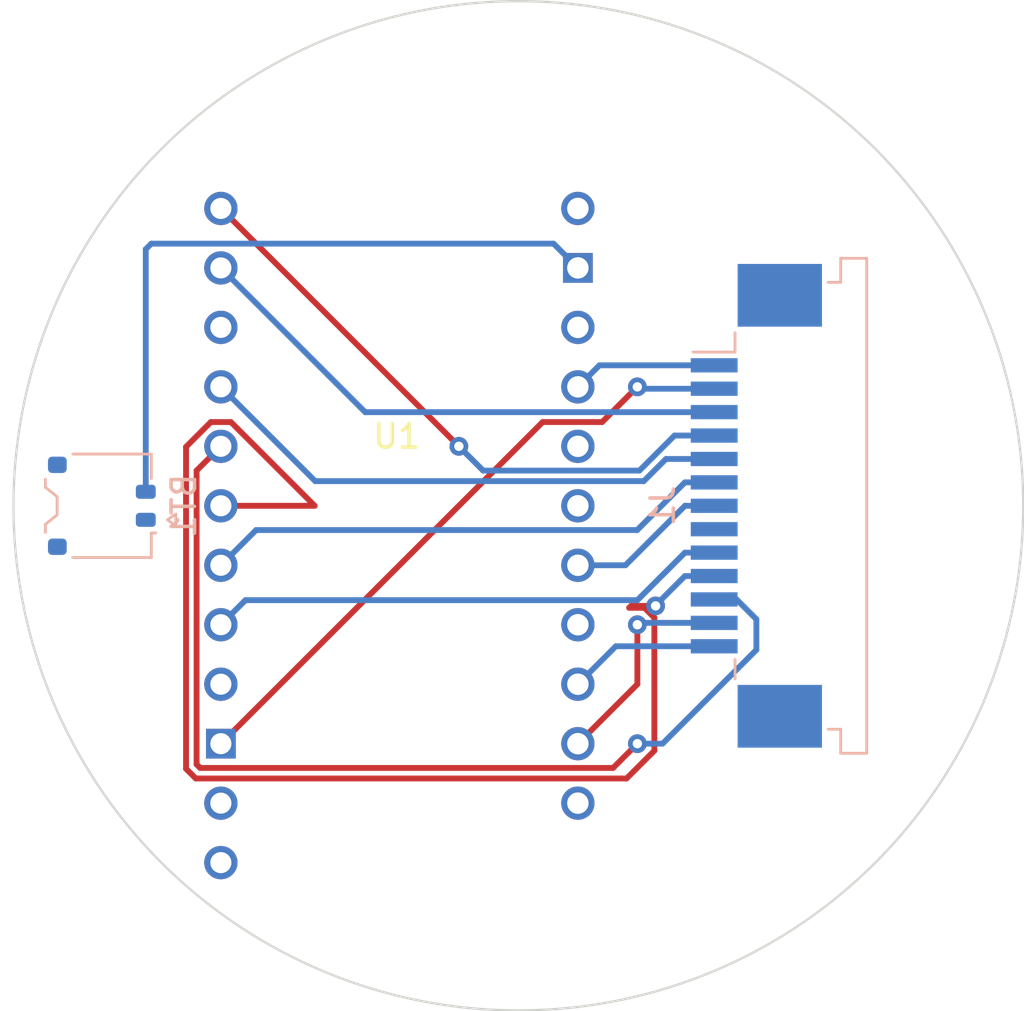
<source format=kicad_pcb>
(kicad_pcb (version 20221018) (generator pcbnew)
  (layers (0 "F.Cu" signal) (31 "B.Cu" signal) (34 "B.Paste" user) (35 "F.Paste" user) (36 "B.SilkS" user "B.Silkscreen") (37 "F.SilkS" user "F.Silkscreen") (38 "B.Mask" user) (39 "F.Mask" user) (44 "Edge.Cuts" user))
  (net 0 "")
  (net 1 "Net-(BT1-+)")
  (net 2 "-BATT")
  (net 3 "Net-(J1-Pin_1)")
  (net 4 "Net-(J1-Pin_2)")
  (net 5 "Net-(J1-Pin_3)")
  (net 6 "Net-(J1-Pin_4)")
  (net 7 "Net-(J1-Pin_5)")
  (net 8 "Net-(J1-Pin_6)")
  (net 9 "Net-(J1-Pin_7)")
  (net 10 "Net-(J1-Pin_8)")
  (net 11 "Net-(J1-Pin_9)")
  (net 12 "Net-(J1-Pin_10)")
  (net 13 "Net-(J1-Pin_11)")
  (net 14 "Net-(J1-Pin_12)")
  (net 15 "Net-(J1-Pin_13)")
  (net 16 "+BATT")
  (footprint "TinyS3:TinyS3" (layer "F.Cu") (at 159.91 95.216)
    (fp_text reference "U1" (at 0 -4.2 unlocked) (layer "F.SilkS"))
    (fp_text value "TinyS3_Symbol")
    (pad "1" thru_hole circle (at 7.73 -13.936) (size 1.4224 1.4224) (drill 0.9144) (layers "*.Cu" "*.Mask") (net 1 "Net-(BT1-+)"))
    (pad "2" thru_hole rect (at 7.73 -11.396) (size 1.27 1.27) (drill 0.9144) (layers "*.Cu" "*.Mask") (net 2 "-BATT"))
    (pad "3" thru_hole circle (at 7.73 -8.856) (size 1.4224 1.4224) (drill 0.9144) (layers "*.Cu" "*.Mask") (net 16 "+BATT"))
    (pad "4" thru_hole circle (at 7.73 -6.316) (size 1.4224 1.4224) (drill 0.9144) (layers "*.Cu" "*.Mask") (net 3 "Net-(J1-Pin_1)"))
    (pad "5" thru_hole circle (at 7.73 -3.776) (size 1.4224 1.4224) (drill 0.9144) (layers "*.Cu" "*.Mask"))
    (pad "6" thru_hole circle (at 7.73 -1.236) (size 1.4224 1.4224) (drill 0.9144) (layers "*.Cu" "*.Mask"))
    (pad "7" thru_hole circle (at 7.73 1.304) (size 1.4224 1.4224) (drill 0.9144) (layers "*.Cu" "*.Mask") (net 9 "Net-(J1-Pin_7)"))
    (pad "8" thru_hole circle (at 7.73 3.844) (size 1.4224 1.4224) (drill 0.9144) (layers "*.Cu" "*.Mask") (net 10 "Net-(J1-Pin_8)"))
    (pad "9" thru_hole circle (at 7.73 6.384) (size 1.4224 1.4224) (drill 0.9144) (layers "*.Cu" "*.Mask") (net 15 "Net-(J1-Pin_13)"))
    (pad "10" thru_hole circle (at 7.73 8.924) (size 1.4224 1.4224) (drill 0.9144) (layers "*.Cu" "*.Mask") (net 14 "Net-(J1-Pin_12)"))
    (pad "11" thru_hole circle (at 7.73 11.464) (size 1.4224 1.4224) (drill 0.9144) (layers "*.Cu" "*.Mask"))
    (pad "12" thru_hole circle (at -7.51 14.004) (size 1.4224 1.4224) (drill 0.9) (layers "*.Cu" "*.Mask"))
    (pad "13" thru_hole circle (at -7.51 11.464) (size 1.4224 1.4224) (drill 0.9) (layers "*.Cu" "*.Mask"))
    (pad "14" thru_hole rect (at -7.51 8.924) (size 1.27 1.27) (drill 0.9) (layers "*.Cu" "*.Mask") (net 4 "Net-(J1-Pin_2)"))
    (pad "15" thru_hole circle (at -7.51 6.384) (size 1.4224 1.4224) (drill 0.9) (layers "*.Cu" "*.Mask"))
    (pad "16" thru_hole circle (at -7.51 3.844) (size 1.4224 1.4224) (drill 0.9) (layers "*.Cu" "*.Mask") (net 11 "Net-(J1-Pin_9)"))
    (pad "17" thru_hole circle (at -7.51 1.304) (size 1.4224 1.4224) (drill 0.9) (layers "*.Cu" "*.Mask") (net 8 "Net-(J1-Pin_6)"))
    (pad "18" thru_hole circle (at -7.51 -1.236) (size 1.4224 1.4224) (drill 0.9) (layers "*.Cu" "*.Mask") (net 12 "Net-(J1-Pin_10)"))
    (pad "19" thru_hole circle (at -7.51 -3.776) (size 1.4224 1.4224) (drill 0.9) (layers "*.Cu" "*.Mask") (net 13 "Net-(J1-Pin_11)"))
    (pad "20" thru_hole circle (at -7.51 -6.316) (size 1.4224 1.4224) (drill 0.9) (layers "*.Cu" "*.Mask") (net 7 "Net-(J1-Pin_5)"))
    (pad "21" thru_hole circle (at -7.51 -8.856) (size 1.4224 1.4224) (drill 0.9) (layers "*.Cu" "*.Mask"))
    (pad "22" thru_hole circle (at -7.51 -11.396) (size 1.4224 1.4224) (drill 0.9) (layers "*.Cu" "*.Mask") (net 5 "Net-(J1-Pin_3)"))
    (pad "23" thru_hole circle (at -7.51 -13.936) (size 1.4224 1.4224) (drill 0.9) (layers "*.Cu" "*.Mask") (net 6 "Net-(J1-Pin_4)"))
  )
  (footprint "Connector_FFC-FPC:TE_1-84953-3_1x13-1MP_P1.0mm_Horizontal" (layer "B.Cu") (at 175.26 93.98 -90)
    (fp_text reference "J1" (at 0 4 90) (layer "B.SilkS") (effects (justify mirror)))
    (fp_text value "Conn_01x13_Pin")
    (fp_line (start -10.57 -4.71) (end -10.57 -3.6) (stroke (width 0.12)) (layer "B.SilkS"))
    (fp_line (start -10.57 -3.6) (end -9.545 -3.6) (stroke (width 0.12)) (layer "B.SilkS"))
    (fp_line (start -9.545 -3.6) (end -9.545 -3.06) (stroke (width 0.12)) (layer "B.SilkS"))
    (fp_line (start -7.39 0.91) (end -6.565 0.91) (stroke (width 0.12)) (layer "B.SilkS"))
    (fp_line (start -6.565 0.91) (end -6.565 2.71) (stroke (width 0.12)) (layer "B.SilkS"))
    (fp_line (start 6.565 0.91) (end 7.39 0.91) (stroke (width 0.12)) (layer "B.SilkS"))
    (fp_line (start 9.545 -3.6) (end 10.57 -3.6) (stroke (width 0.12)) (layer "B.SilkS"))
    (fp_line (start 9.545 -3.06) (end 9.545 -3.6) (stroke (width 0.12)) (layer "B.SilkS"))
    (fp_line (start 10.57 -4.71) (end -10.57 -4.71) (stroke (width 0.12)) (layer "B.SilkS"))
    (fp_line (start 10.57 -3.6) (end 10.57 -4.71) (stroke (width 0.12)) (layer "B.SilkS"))
    (pad "1" smd rect (at -6 1.8 270) (size 0.61 2) (layers "B.Cu" "B.Paste" "B.Mask") (net 3 "Net-(J1-Pin_1)"))
    (pad "2" smd rect (at -5 1.8 270) (size 0.61 2) (layers "B.Cu" "B.Paste" "B.Mask") (net 4 "Net-(J1-Pin_2)"))
    (pad "3" smd rect (at -4 1.8 270) (size 0.61 2) (layers "B.Cu" "B.Paste" "B.Mask") (net 5 "Net-(J1-Pin_3)"))
    (pad "4" smd rect (at -3 1.8 270) (size 0.61 2) (layers "B.Cu" "B.Paste" "B.Mask") (net 6 "Net-(J1-Pin_4)"))
    (pad "5" smd rect (at -2 1.8 270) (size 0.61 2) (layers "B.Cu" "B.Paste" "B.Mask") (net 7 "Net-(J1-Pin_5)"))
    (pad "6" smd rect (at -1 1.8 270) (size 0.61 2) (layers "B.Cu" "B.Paste" "B.Mask") (net 8 "Net-(J1-Pin_6)"))
    (pad "7" smd rect (at 0 1.8 270) (size 0.61 2) (layers "B.Cu" "B.Paste" "B.Mask") (net 9 "Net-(J1-Pin_7)"))
    (pad "8" smd rect (at 1 1.8 270) (size 0.61 2) (layers "B.Cu" "B.Paste" "B.Mask") (net 10 "Net-(J1-Pin_8)"))
    (pad "9" smd rect (at 2 1.8 270) (size 0.61 2) (layers "B.Cu" "B.Paste" "B.Mask") (net 11 "Net-(J1-Pin_9)"))
    (pad "10" smd rect (at 3 1.8 270) (size 0.61 2) (layers "B.Cu" "B.Paste" "B.Mask") (net 12 "Net-(J1-Pin_10)"))
    (pad "11" smd rect (at 4 1.8 270) (size 0.61 2) (layers "B.Cu" "B.Paste" "B.Mask") (net 13 "Net-(J1-Pin_11)"))
    (pad "12" smd rect (at 5 1.8 270) (size 0.61 2) (layers "B.Cu" "B.Paste" "B.Mask") (net 14 "Net-(J1-Pin_12)"))
    (pad "13" smd rect (at 6 1.8 270) (size 0.61 2) (layers "B.Cu" "B.Paste" "B.Mask") (net 15 "Net-(J1-Pin_13)"))
    (pad "MP" smd rect (at -8.99 -1 270) (size 2.68 3.6) (layers "B.Cu" "B.Paste" "B.Mask"))
    (pad "MP" smd rect (at 8.99 -1 270) (size 2.68 3.6) (layers "B.Cu" "B.Paste" "B.Mask"))
  )
  (footprint "Connector_JST:JST_ACH_BM02B-ACHSS-GAN-ETF_1x02-1MP_P1.20mm_Vertical" (layer "B.Cu") (at 147.32 93.98 90)
    (fp_text reference "BT1" (at 0 3.5 90) (layer "B.SilkS") (effects (justify mirror)))
    (fp_text value "Battery")
    (fp_line (start -2.21 -1.24) (end -2.21 2.11) (stroke (width 0.12)) (layer "B.SilkS"))
    (fp_line (start -2.21 2.11) (end -1.16 2.11) (stroke (width 0.12)) (layer "B.SilkS"))
    (fp_line (start -1.16 2.11) (end -1.16 2.3) (stroke (width 0.12)) (layer "B.SilkS"))
    (fp_line (start -1.14 -2.41) (end -0.79 -2.41) (stroke (width 0.12)) (layer "B.SilkS"))
    (fp_line (start -0.85 3.153553) (end -0.6 2.8) (stroke (width 0.12)) (layer "B.SilkS"))
    (fp_line (start -0.79 -2.41) (end -0.39 -1.91) (stroke (width 0.12)) (layer "B.SilkS"))
    (fp_line (start -0.6 2.8) (end -0.35 3.153553) (stroke (width 0.12)) (layer "B.SilkS"))
    (fp_line (start -0.39 -1.91) (end 0.39 -1.91) (stroke (width 0.12)) (layer "B.SilkS"))
    (fp_line (start -0.35 3.153553) (end -0.85 3.153553) (stroke (width 0.12)) (layer "B.SilkS"))
    (fp_line (start 0.39 -1.91) (end 0.79 -2.41) (stroke (width 0.12)) (layer "B.SilkS"))
    (fp_line (start 0.79 -2.41) (end 1.14 -2.41) (stroke (width 0.12)) (layer "B.SilkS"))
    (fp_line (start 2.21 -1.24) (end 2.21 2.11) (stroke (width 0.12)) (layer "B.SilkS"))
    (fp_line (start 2.21 2.11) (end 1.16 2.11) (stroke (width 0.12)) (layer "B.SilkS"))
    (pad "1" smd roundrect (at -0.6 1.875 90) (size 0.6 0.85) (layers "B.Cu" "B.Paste" "B.Mask") (net 1 "Net-(BT1-+)"))
    (pad "2" smd roundrect (at 0.6 1.875 90) (size 0.6 0.85) (layers "B.Cu" "B.Paste" "B.Mask") (net 2 "-BATT"))
    (pad "MP" smd roundrect (at -1.75 -1.9 90) (size 0.7 0.8) (layers "B.Cu" "B.Paste" "B.Mask"))
    (pad "MP" smd roundrect (at 1.75 -1.9 90) (size 0.7 0.8) (layers "B.Cu" "B.Paste" "B.Mask"))
  )
  (gr_circle (center 165.1 93.98) (end 180.34 78.74) (stroke (width 0.1)) (fill none) (layer "Edge.Cuts"))
  (segment (start 149.195 83.019591) (end 149.430791 82.7838) (width 0.25) (layer "B.Cu") (net 2))
  (segment (start 166.6038 82.7838) (end 167.64 83.82) (width 0.25) (layer "B.Cu") (net 2))
  (segment (start 149.195 93.38) (end 149.195 83.019591) (width 0.25) (layer "B.Cu") (net 2))
  (segment (start 149.430791 82.7838) (end 166.6038 82.7838) (width 0.25) (layer "B.Cu") (net 2))
  (segment (start 173.46 87.98) (end 168.56 87.98) (width 0.25) (layer "B.Cu") (net 3))
  (segment (start 168.56 87.98) (end 167.64 88.9) (width 0.25) (layer "B.Cu") (net 3))
  (segment (start 168.6762 90.4038) (end 166.1362 90.4038) (width 0.25) (layer "F.Cu") (net 4))
  (segment (start 166.1362 90.4038) (end 152.4 104.14) (width 0.25) (layer "F.Cu") (net 4))
  (segment (start 170.18 88.9) (end 168.6762 90.4038) (width 0.25) (layer "F.Cu") (net 4))
  (via (at 170.18 88.9) (size 0.8) (drill 0.4) (layers "F.Cu" "B.Cu") (net 4))
  (segment (start 170.26 88.98) (end 170.18 88.9) (width 0.25) (layer "B.Cu") (net 4))
  (segment (start 173.46 88.98) (end 170.26 88.98) (width 0.25) (layer "B.Cu") (net 4))
  (segment (start 158.56 89.98) (end 152.4 83.82) (width 0.25) (layer "B.Cu") (net 5))
  (segment (start 173.46 89.98) (end 158.56 89.98) (width 0.25) (layer "B.Cu") (net 5))
  (segment (start 162.56 91.44) (end 152.4 81.28) (width 0.25) (layer "F.Cu") (net 6))
  (via (at 162.56 91.44) (size 0.8) (drill 0.4) (layers "F.Cu" "B.Cu") (net 6))
  (segment (start 170.2688 92.4762) (end 163.5962 92.4762) (width 0.25) (layer "B.Cu") (net 6))
  (segment (start 171.765 90.98) (end 170.2688 92.4762) (width 0.25) (layer "B.Cu") (net 6))
  (segment (start 163.5962 92.4762) (end 162.56 91.44) (width 0.25) (layer "B.Cu") (net 6))
  (segment (start 173.46 90.98) (end 171.765 90.98) (width 0.25) (layer "B.Cu") (net 6))
  (segment (start 173.46 91.98) (end 171.401396 91.98) (width 0.25) (layer "B.Cu") (net 7))
  (segment (start 156.4262 92.9262) (end 152.4 88.9) (width 0.25) (layer "B.Cu") (net 7))
  (segment (start 170.455196 92.9262) (end 156.4262 92.9262) (width 0.25) (layer "B.Cu") (net 7))
  (segment (start 171.401396 91.98) (end 170.455196 92.9262) (width 0.25) (layer "B.Cu") (net 7))
  (segment (start 170.1738 95.0162) (end 153.9038 95.0162) (width 0.25) (layer "B.Cu") (net 8))
  (segment (start 173.46 92.98) (end 172.21 92.98) (width 0.25) (layer "B.Cu") (net 8))
  (segment (start 172.21 92.98) (end 170.1738 95.0162) (width 0.25) (layer "B.Cu") (net 8))
  (segment (start 153.9038 95.0162) (end 152.4 96.52) (width 0.25) (layer "B.Cu") (net 8))
  (segment (start 173.46 93.98) (end 172.21 93.98) (width 0.25) (layer "B.Cu") (net 9))
  (segment (start 169.67 96.52) (end 167.64 96.52) (width 0.25) (layer "B.Cu") (net 9))
  (segment (start 172.21 93.98) (end 169.67 96.52) (width 0.25) (layer "B.Cu") (net 9))
  (segment (start 172.21 95.98) (end 170.18 98.01) (width 0.25) (layer "B.Cu") (net 11))
  (segment (start 170.18 98.01) (end 153.45 98.01) (width 0.25) (layer "B.Cu") (net 11))
  (segment (start 153.45 98.01) (end 152.4 99.06) (width 0.25) (layer "B.Cu") (net 11))
  (segment (start 173.46 95.98) (end 172.21 95.98) (width 0.25) (layer "B.Cu") (net 11))
  (segment (start 170.480305 98.335) (end 170.905 98.759695) (width 0.25) (layer "F.Cu") (net 12))
  (segment (start 170.905 104.440305) (end 169.719105 105.6262) (width 0.25) (layer "F.Cu") (net 12))
  (segment (start 169.910409 98.255) (end 169.830409 98.335) (width 0.25) (layer "F.Cu") (net 12))
  (segment (start 170.905 98.759695) (end 170.905 104.440305) (width 0.25) (layer "F.Cu") (net 12))
  (segment (start 151.329804 105.6262) (end 150.9138 105.210196) (width 0.25) (layer "F.Cu") (net 12))
  (segment (start 150.9138 105.210196) (end 150.9138 91.460791) (width 0.25) (layer "F.Cu") (net 12))
  (segment (start 156.405409 93.98) (end 152.4 93.98) (width 0.25) (layer "F.Cu") (net 12))
  (segment (start 169.830409 98.335) (end 170.480305 98.335) (width 0.25) (layer "F.Cu") (net 12))
  (segment (start 151.970791 90.4038) (end 152.829209 90.4038) (width 0.25) (layer "F.Cu") (net 12))
  (segment (start 170.959162 98.255) (end 169.910409 98.255) (width 0.25) (layer "F.Cu") (net 12))
  (segment (start 150.9138 91.460791) (end 151.970791 90.4038) (width 0.25) (layer "F.Cu") (net 12))
  (segment (start 169.719105 105.6262) (end 151.329804 105.6262) (width 0.25) (layer "F.Cu") (net 12))
  (segment (start 152.829209 90.4038) (end 156.405409 93.98) (width 0.25) (layer "F.Cu") (net 12))
  (via (at 170.959162 98.255) (size 0.8) (drill 0.4) (layers "F.Cu" "B.Cu") (net 12))
  (segment (start 170.959162 98.230838) (end 170.959162 98.255) (width 0.25) (layer "B.Cu") (net 12))
  (segment (start 172.21 96.98) (end 170.959162 98.230838) (width 0.25) (layer "B.Cu") (net 12))
  (segment (start 173.46 96.98) (end 172.21 96.98) (width 0.25) (layer "B.Cu") (net 12))
  (segment (start 169.1438 105.1762) (end 151.5162 105.1762) (width 0.25) (layer "F.Cu") (net 13))
  (segment (start 151.3638 92.4762) (end 152.4 91.44) (width 0.25) (layer "F.Cu") (net 13))
  (segment (start 170.18 104.14) (end 169.1438 105.1762) (width 0.25) (layer "F.Cu") (net 13))
  (segment (start 151.3638 105.0238) (end 151.3638 92.4762) (width 0.25) (layer "F.Cu") (net 13))
  (segment (start 151.5162 105.1762) (end 151.3638 105.0238) (width 0.25) (layer "F.Cu") (net 13))
  (via (at 170.18 104.14) (size 0.8) (drill 0.4) (layers "F.Cu" "B.Cu") (net 13))
  (segment (start 171.255 104.14) (end 170.18 104.14) (width 0.25) (layer "B.Cu") (net 13))
  (segment (start 173.46 97.98) (end 174.415 97.98) (width 0.25) (layer "B.Cu") (net 13))
  (segment (start 174.415 97.98) (end 175.26 98.825) (width 0.25) (layer "B.Cu") (net 13))
  (segment (start 175.26 100.135) (end 171.255 104.14) (width 0.25) (layer "B.Cu") (net 13))
  (segment (start 175.26 98.825) (end 175.26 100.135) (width 0.25) (layer "B.Cu") (net 13))
  (segment (start 170.18 99.06) (end 170.18 101.6) (width 0.25) (layer "F.Cu") (net 14))
  (segment (start 170.18 101.6) (end 167.64 104.14) (width 0.25) (layer "F.Cu") (net 14))
  (via (at 170.18 99.06) (size 0.8) (drill 0.4) (layers "F.Cu" "B.Cu") (net 14))
  (segment (start 173.46 98.98) (end 170.26 98.98) (width 0.25) (layer "B.Cu") (net 14))
  (segment (start 170.26 98.98) (end 170.18 99.06) (width 0.25) (layer "B.Cu") (net 14))
  (segment (start 169.26 99.98) (end 167.64 101.6) (width 0.25) (layer "B.Cu") (net 15))
  (segment (start 173.46 99.98) (end 169.26 99.98) (width 0.25) (layer "B.Cu") (net 15))
)
</source>
